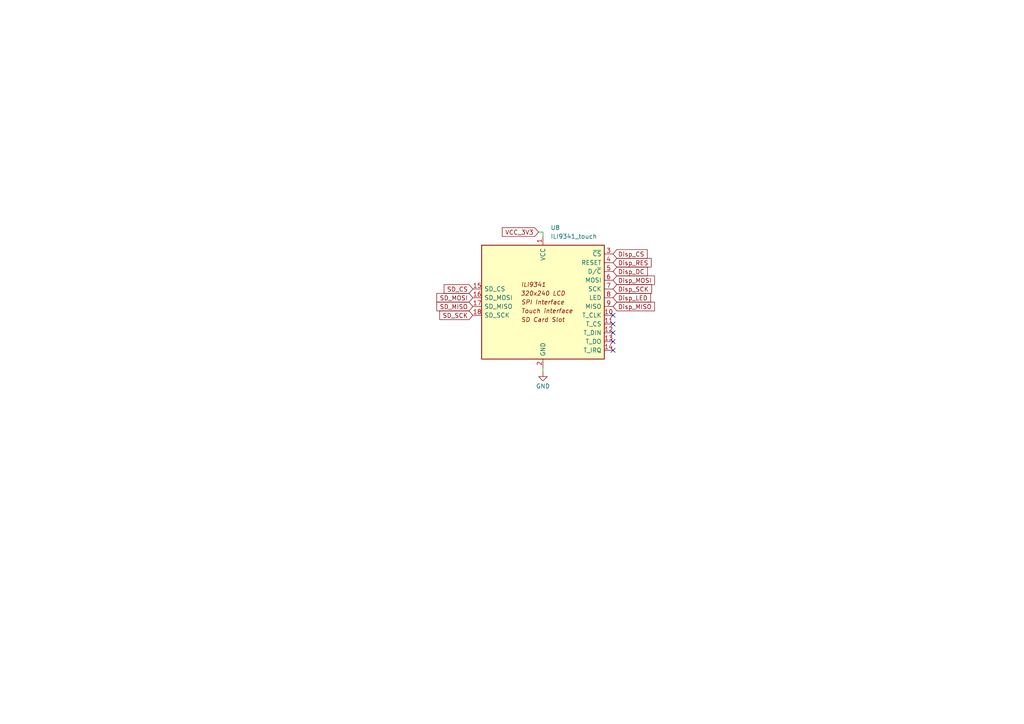
<source format=kicad_sch>
(kicad_sch (version 20231120) (generator "eeschema") (generator_version "8.0")
  (paper "A4")
  (lib_symbols
    (symbol "Thermostat:ILI9341_touch" (pin_names (offset 0.762))
      (property "Reference" "U" (at -17.526 13.97 0))
      (property "Value" "ILI9341_touch" (at 3.81 17.78 0))
      (symbol "ILI9341_touch_0_0"
        (text "320x240 LCD" (at 0 2.54 0) (effects (font (size 1.27 1.27) (italic yes))))
        (text "ILI9341" (at -6.35 5.08 0) (effects (font (size 1.27 1.27) (italic yes)) (justify left)))
        (text "SD Card Slot" (at -6.35 -5.08 0) (effects (font (size 1.27 1.27) (italic yes)) (justify left)))
        (text "SPI Interface" (at -6.35 0 0) (effects (font (size 1.27 1.27) (italic yes)) (justify left)))
        (text "Touch interface" (at -6.35 -2.54 0) (effects (font (size 1.27 1.27) (italic yes)) (justify left)))
      )
      (symbol "ILI9341_touch_0_1"
        (rectangle (start -17.78 16.51) (end 17.78 -16.51) (stroke (width 0.254)) (fill (type background)))
      )
      (symbol "ILI9341_touch_1_1"
        (pin power_in line (at 0 19.05 270) (length 2.54) (name "VCC") (number "1"))
        (pin input line (at 20.32 -3.81 180) (length 2.54) (name "T_CLK") (number "10"))
        (pin input line (at 20.32 -6.35 180) (length 2.54) (name "T_CS") (number "11"))
        (pin input line (at 20.32 -8.89 180) (length 2.54) (name "T_DIN") (number "12"))
        (pin input line (at 20.32 -11.43 180) (length 2.54) (name "T_DO") (number "13"))
        (pin input line (at 20.32 -13.97 180) (length 2.54) (name "T_IRQ") (number "14"))
        (pin input line (at -20.32 3.81 0) (length 2.54) (name "SD_CS") (number "15"))
        (pin input line (at -20.32 1.27 0) (length 2.54) (name "SD_MOSI") (number "16"))
        (pin input line (at -20.32 -1.27 0) (length 2.54) (name "SD_MISO") (number "17"))
        (pin input line (at -20.32 -3.81 0) (length 2.54) (name "SD_SCK") (number "18"))
        (pin power_in line (at 0 -19.05 90) (length 2.54) (name "GND") (number "2"))
        (pin input line (at 20.32 13.97 180) (length 2.54) (name "~{CS}") (number "3"))
        (pin input line (at 20.32 11.43 180) (length 2.54) (name "RESET") (number "4"))
        (pin input line (at 20.32 8.89 180) (length 2.54) (name "D/~{C}") (number "5"))
        (pin input line (at 20.32 6.35 180) (length 2.54) (name "MOSI") (number "6"))
        (pin input line (at 20.32 3.81 180) (length 2.54) (name "SCK") (number "7"))
        (pin input line (at 20.32 1.27 180) (length 2.54) (name "LED") (number "8"))
        (pin input line (at 20.32 -1.27 180) (length 2.54) (name "MISO") (number "9"))
      )
    )
    (symbol "power:GND" (power) (pin_numbers hide) (pin_names (offset 0) hide)
      (property "Value" "GND" (at 0 -3.81 0))
      (symbol "GND_0_1"
        (polyline (pts (xy 0 0) (xy 0 -1.27) (xy 1.27 -1.27) (xy 0 -2.54) (xy -1.27 -1.27) (xy 0 -1.27)))
      )
      (symbol "GND_1_1"
        (pin power_in line (at 0 0 270) (length 0) (name "~") (number "1"))
      )
    )
  )
  (no_connect (at 177.8 91.44))
  (no_connect (at 177.8 93.98))
  (no_connect (at 177.8 96.52))
  (no_connect (at 177.8 101.6))
  (no_connect (at 177.8 99.06))
  (wire (pts (xy 157.48 68.58) (xy 157.48 67.31)))
  (wire (pts (xy 157.48 67.31) (xy 156.21 67.31)))
  (wire (pts (xy 157.48 106.68) (xy 157.48 107.95)))
  (global_label "SD_MOSI" (shape input) (at 137.16 86.36 180) (property "Intersheetrefs" "${INTERSHEET_REFS}" (effects (hide yes))))
  (global_label "Disp_DC" (shape input) (at 177.8 78.74 0) (property "Intersheetrefs" "${INTERSHEET_REFS}" (effects (hide yes))))
  (global_label "Disp_LED" (shape input) (at 177.8 86.36 0) (property "Intersheetrefs" "${INTERSHEET_REFS}" (effects (hide yes))))
  (global_label "Disp_MISO" (shape input) (at 177.8 88.9 0) (property "Intersheetrefs" "${INTERSHEET_REFS}" (effects (hide yes))))
  (global_label "SD_CS" (shape input) (at 137.16 83.82 180) (property "Intersheetrefs" "${INTERSHEET_REFS}" (effects (hide yes))))
  (global_label "Disp_SCK" (shape input) (at 177.8 83.82 0) (property "Intersheetrefs" "${INTERSHEET_REFS}" (effects (hide yes))))
  (global_label "SD_MISO" (shape input) (at 137.16 88.9 180) (property "Intersheetrefs" "${INTERSHEET_REFS}" (effects (hide yes))))
  (global_label "Disp_CS" (shape input) (at 177.8 73.66 0) (property "Intersheetrefs" "${INTERSHEET_REFS}" (effects (hide yes))))
  (global_label "VCC_3V3" (shape input) (at 156.21 67.31 180) (property "Intersheetrefs" "${INTERSHEET_REFS}" (effects (hide yes))))
  (global_label "Disp_RES" (shape input) (at 177.8 76.2 0) (property "Intersheetrefs" "${INTERSHEET_REFS}" (effects (hide yes))))
  (global_label "SD_SCK" (shape input) (at 137.16 91.44 180) (property "Intersheetrefs" "${INTERSHEET_REFS}" (effects (hide yes))))
  (global_label "Disp_MOSI" (shape input) (at 177.8 81.28 0) (property "Intersheetrefs" "${INTERSHEET_REFS}" (effects (hide yes))))
  (symbol (lib_id "power:GND") (at 157.48 107.95 0) (unit 1)
    (property "Reference" "#PWR027" (effects (hide yes)))
    (property "Value" "GND" (at 157.48 112.014 0))
    (property "Description" "Power symbol creates a global label with name \"GND\" , ground" (effects (hide yes)))
  )
  (symbol (lib_id "Thermostat:ILI9341_touch") (at 157.48 87.63 0) (unit 1)
    (property "Reference" "U8" (at 159.6741 66.04 0) (effects (justify left)))
    (property "Value" "ILI9341_touch" (at 159.6741 68.58 0) (effects (justify left)))
    (property "Footprint" "Thermostat:ILI9341" (effects (hide yes)))
    (property "Datasheet" "http://pan.baidu.com/s/11Y990" (effects (hide yes)))
    (property "Description" "ILI9341 controller, SPI TFT LCD Display, 9-pin breakout PCB, 4-pin SD card interface, 5V/3.3V" (effects (hide yes)))
  )
)
</source>
